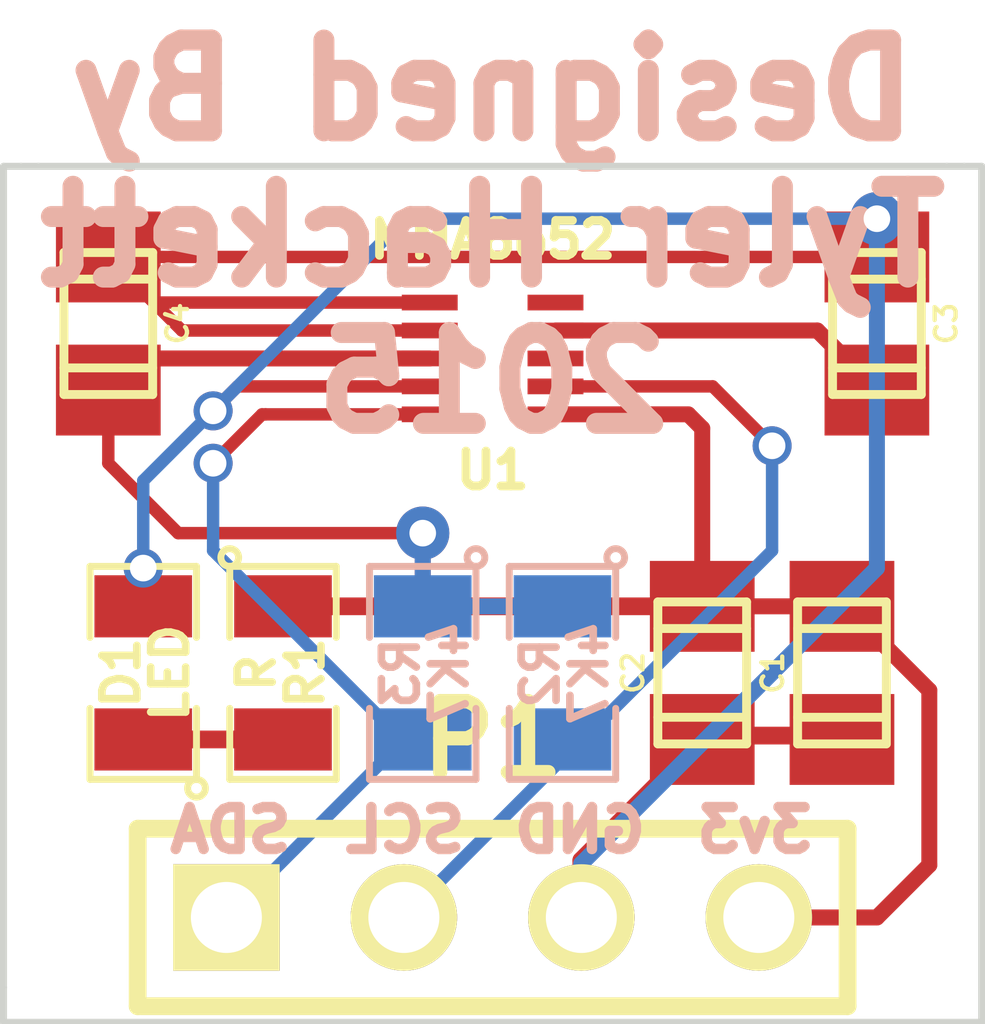
<source format=kicad_pcb>
(kicad_pcb (version 3) (host pcbnew "(2013-07-07 BZR 4022)-stable")

  (general
    (links 22)
    (no_connects 0)
    (area 208.949999 139.89 223.050001 154.302)
    (thickness 1.6)
    (drawings 15)
    (tracks 63)
    (zones 0)
    (modules 10)
    (nets 7)
  )

  (page A3)
  (layers
    (15 F.Cu signal)
    (0 B.Cu signal)
    (16 B.Adhes user)
    (17 F.Adhes user)
    (18 B.Paste user)
    (19 F.Paste user)
    (20 B.SilkS user)
    (21 F.SilkS user)
    (22 B.Mask user)
    (23 F.Mask user)
    (24 Dwgs.User user)
    (25 Cmts.User user)
    (26 Eco1.User user)
    (27 Eco2.User user)
    (28 Edge.Cuts user)
  )

  (setup
    (last_trace_width 0.1778)
    (trace_clearance 0.1524)
    (zone_clearance 0.508)
    (zone_45_only no)
    (trace_min 0.1524)
    (segment_width 0.2)
    (edge_width 0.1)
    (via_size 0.5588)
    (via_drill 0.381)
    (via_min_size 0.508)
    (via_min_drill 0.3302)
    (uvia_size 0.508)
    (uvia_drill 0.127)
    (uvias_allowed no)
    (uvia_min_size 0.254)
    (uvia_min_drill 0.127)
    (pcb_text_width 0.3)
    (pcb_text_size 1.5 1.5)
    (mod_edge_width 0.15)
    (mod_text_size 1 1)
    (mod_text_width 0.15)
    (pad_size 0.8 0.225)
    (pad_drill 0)
    (pad_to_mask_clearance 0)
    (aux_axis_origin 0 0)
    (visible_elements 7FFFFFFF)
    (pcbplotparams
      (layerselection 284196865)
      (usegerberextensions true)
      (excludeedgelayer true)
      (linewidth 0.150000)
      (plotframeref false)
      (viasonmask false)
      (mode 1)
      (useauxorigin false)
      (hpglpennumber 1)
      (hpglpenspeed 20)
      (hpglpendiameter 15)
      (hpglpenoverlay 2)
      (psnegative false)
      (psa4output false)
      (plotreference true)
      (plotvalue true)
      (plotothertext true)
      (plotinvisibletext false)
      (padsonsilk false)
      (subtractmaskfromsilk true)
      (outputformat 1)
      (mirror false)
      (drillshape 0)
      (scaleselection 1)
      (outputdirectory S:/Users/TyDesktop/Desktop/MMA_Board/))
  )

  (net 0 "")
  (net 1 +3.3V)
  (net 2 GND)
  (net 3 N-000001)
  (net 4 N-000002)
  (net 5 N-000006)
  (net 6 N-000007)

  (net_class Default "This is the default net class."
    (clearance 0.1524)
    (trace_width 0.1778)
    (via_dia 0.5588)
    (via_drill 0.381)
    (uvia_dia 0.508)
    (uvia_drill 0.127)
    (add_net "")
    (add_net N-000001)
    (add_net N-000002)
    (add_net N-000006)
    (add_net N-000007)
  )

  (net_class PWR ""
    (clearance 0.1524)
    (trace_width 0.2286)
    (via_dia 0.5588)
    (via_drill 0.381)
    (uvia_dia 0.508)
    (uvia_drill 0.127)
    (add_net +3.3V)
    (add_net GND)
  )

  (module SM0805 (layer B.Cu) (tedit 5091495C) (tstamp 54A637C7)
    (at 217 147.5 270)
    (path /549E1CB7)
    (attr smd)
    (fp_text reference R2 (at 0 0.3175 270) (layer B.SilkS)
      (effects (font (size 0.50038 0.50038) (thickness 0.10922)) (justify mirror))
    )
    (fp_text value 4K7 (at 0 -0.381 270) (layer B.SilkS)
      (effects (font (size 0.50038 0.50038) (thickness 0.10922)) (justify mirror))
    )
    (fp_circle (center -1.651 -0.762) (end -1.651 -0.635) (layer B.SilkS) (width 0.09906))
    (fp_line (start -0.508 -0.762) (end -1.524 -0.762) (layer B.SilkS) (width 0.09906))
    (fp_line (start -1.524 -0.762) (end -1.524 0.762) (layer B.SilkS) (width 0.09906))
    (fp_line (start -1.524 0.762) (end -0.508 0.762) (layer B.SilkS) (width 0.09906))
    (fp_line (start 0.508 0.762) (end 1.524 0.762) (layer B.SilkS) (width 0.09906))
    (fp_line (start 1.524 0.762) (end 1.524 -0.762) (layer B.SilkS) (width 0.09906))
    (fp_line (start 1.524 -0.762) (end 0.508 -0.762) (layer B.SilkS) (width 0.09906))
    (pad 1 smd rect (at -0.9525 0 270) (size 0.889 1.397)
      (layers B.Cu B.Paste B.Mask)
      (net 1 +3.3V)
    )
    (pad 2 smd rect (at 0.9525 0 270) (size 0.889 1.397)
      (layers B.Cu B.Paste B.Mask)
      (net 5 N-000006)
    )
    (model smd/chip_cms.wrl
      (at (xyz 0 0 0))
      (scale (xyz 0.1 0.1 0.1))
      (rotate (xyz 0 0 0))
    )
  )

  (module SM0805 (layer B.Cu) (tedit 5091495C) (tstamp 54A64377)
    (at 215 147.5 270)
    (path /549E1D93)
    (attr smd)
    (fp_text reference R3 (at 0 0.3175 270) (layer B.SilkS)
      (effects (font (size 0.50038 0.50038) (thickness 0.10922)) (justify mirror))
    )
    (fp_text value 4K7 (at 0 -0.381 270) (layer B.SilkS)
      (effects (font (size 0.50038 0.50038) (thickness 0.10922)) (justify mirror))
    )
    (fp_circle (center -1.651 -0.762) (end -1.651 -0.635) (layer B.SilkS) (width 0.09906))
    (fp_line (start -0.508 -0.762) (end -1.524 -0.762) (layer B.SilkS) (width 0.09906))
    (fp_line (start -1.524 -0.762) (end -1.524 0.762) (layer B.SilkS) (width 0.09906))
    (fp_line (start -1.524 0.762) (end -0.508 0.762) (layer B.SilkS) (width 0.09906))
    (fp_line (start 0.508 0.762) (end 1.524 0.762) (layer B.SilkS) (width 0.09906))
    (fp_line (start 1.524 0.762) (end 1.524 -0.762) (layer B.SilkS) (width 0.09906))
    (fp_line (start 1.524 -0.762) (end 0.508 -0.762) (layer B.SilkS) (width 0.09906))
    (pad 1 smd rect (at -0.9525 0 270) (size 0.889 1.397)
      (layers B.Cu B.Paste B.Mask)
      (net 1 +3.3V)
    )
    (pad 2 smd rect (at 0.9525 0 270) (size 0.889 1.397)
      (layers B.Cu B.Paste B.Mask)
      (net 6 N-000007)
    )
    (model smd/chip_cms.wrl
      (at (xyz 0 0 0))
      (scale (xyz 0.1 0.1 0.1))
      (rotate (xyz 0 0 0))
    )
  )

  (module SM0805 (layer F.Cu) (tedit 5091495C) (tstamp 54A635CD)
    (at 213 147.5 270)
    (path /54A63624)
    (attr smd)
    (fp_text reference R1 (at 0 -0.3175 270) (layer F.SilkS)
      (effects (font (size 0.50038 0.50038) (thickness 0.10922)))
    )
    (fp_text value R (at 0 0.381 270) (layer F.SilkS)
      (effects (font (size 0.50038 0.50038) (thickness 0.10922)))
    )
    (fp_circle (center -1.651 0.762) (end -1.651 0.635) (layer F.SilkS) (width 0.09906))
    (fp_line (start -0.508 0.762) (end -1.524 0.762) (layer F.SilkS) (width 0.09906))
    (fp_line (start -1.524 0.762) (end -1.524 -0.762) (layer F.SilkS) (width 0.09906))
    (fp_line (start -1.524 -0.762) (end -0.508 -0.762) (layer F.SilkS) (width 0.09906))
    (fp_line (start 0.508 -0.762) (end 1.524 -0.762) (layer F.SilkS) (width 0.09906))
    (fp_line (start 1.524 -0.762) (end 1.524 0.762) (layer F.SilkS) (width 0.09906))
    (fp_line (start 1.524 0.762) (end 0.508 0.762) (layer F.SilkS) (width 0.09906))
    (pad 1 smd rect (at -0.9525 0 270) (size 0.889 1.397)
      (layers F.Cu F.Paste F.Mask)
      (net 1 +3.3V)
    )
    (pad 2 smd rect (at 0.9525 0 270) (size 0.889 1.397)
      (layers F.Cu F.Paste F.Mask)
      (net 4 N-000002)
    )
    (model smd/chip_cms.wrl
      (at (xyz 0 0 0))
      (scale (xyz 0.1 0.1 0.1))
      (rotate (xyz 0 0 0))
    )
  )

  (module SM0805 (layer F.Cu) (tedit 5091495C) (tstamp 54A635DA)
    (at 211 147.5 90)
    (path /54A63659)
    (attr smd)
    (fp_text reference D1 (at 0 -0.3175 90) (layer F.SilkS)
      (effects (font (size 0.50038 0.50038) (thickness 0.10922)))
    )
    (fp_text value LED (at 0 0.381 90) (layer F.SilkS)
      (effects (font (size 0.50038 0.50038) (thickness 0.10922)))
    )
    (fp_circle (center -1.651 0.762) (end -1.651 0.635) (layer F.SilkS) (width 0.09906))
    (fp_line (start -0.508 0.762) (end -1.524 0.762) (layer F.SilkS) (width 0.09906))
    (fp_line (start -1.524 0.762) (end -1.524 -0.762) (layer F.SilkS) (width 0.09906))
    (fp_line (start -1.524 -0.762) (end -0.508 -0.762) (layer F.SilkS) (width 0.09906))
    (fp_line (start 0.508 -0.762) (end 1.524 -0.762) (layer F.SilkS) (width 0.09906))
    (fp_line (start 1.524 -0.762) (end 1.524 0.762) (layer F.SilkS) (width 0.09906))
    (fp_line (start 1.524 0.762) (end 0.508 0.762) (layer F.SilkS) (width 0.09906))
    (pad 1 smd rect (at -0.9525 0 90) (size 0.889 1.397)
      (layers F.Cu F.Paste F.Mask)
      (net 4 N-000002)
    )
    (pad 2 smd rect (at 0.9525 0 90) (size 0.889 1.397)
      (layers F.Cu F.Paste F.Mask)
      (net 2 GND)
    )
    (model smd/chip_cms.wrl
      (at (xyz 0 0 0))
      (scale (xyz 0.1 0.1 0.1))
      (rotate (xyz 0 0 0))
    )
  )

  (module PIN_ARRAY_4x1 (layer F.Cu) (tedit 4C10F42E) (tstamp 54A635E6)
    (at 216 151)
    (descr "Double rangee de contacts 2 x 5 pins")
    (tags CONN)
    (path /549E205B)
    (fp_text reference P1 (at 0 -2.54) (layer F.SilkS)
      (effects (font (size 1.016 1.016) (thickness 0.2032)))
    )
    (fp_text value CONN_4 (at 0 2.54) (layer F.SilkS) hide
      (effects (font (size 1.016 1.016) (thickness 0.2032)))
    )
    (fp_line (start 5.08 1.27) (end -5.08 1.27) (layer F.SilkS) (width 0.254))
    (fp_line (start 5.08 -1.27) (end -5.08 -1.27) (layer F.SilkS) (width 0.254))
    (fp_line (start -5.08 -1.27) (end -5.08 1.27) (layer F.SilkS) (width 0.254))
    (fp_line (start 5.08 1.27) (end 5.08 -1.27) (layer F.SilkS) (width 0.254))
    (pad 1 thru_hole rect (at -3.81 0) (size 1.524 1.524) (drill 1.016)
      (layers *.Cu *.Mask F.SilkS)
      (net 6 N-000007)
    )
    (pad 2 thru_hole circle (at -1.27 0) (size 1.524 1.524) (drill 1.016)
      (layers *.Cu *.Mask F.SilkS)
      (net 5 N-000006)
    )
    (pad 3 thru_hole circle (at 1.27 0) (size 1.524 1.524) (drill 1.016)
      (layers *.Cu *.Mask F.SilkS)
      (net 2 GND)
    )
    (pad 4 thru_hole circle (at 3.81 0) (size 1.524 1.524) (drill 1.016)
      (layers *.Cu *.Mask F.SilkS)
      (net 1 +3.3V)
    )
    (model pin_array\pins_array_4x1.wrl
      (at (xyz 0 0 0))
      (scale (xyz 1 1 1))
      (rotate (xyz 0 0 0))
    )
  )

  (module DFN10 (layer F.Cu) (tedit 54CC4FBA) (tstamp 54CC4FDC)
    (at 216 143 180)
    (path /549E1BE0)
    (fp_text reference U1 (at 0 -1.6 180) (layer F.SilkS)
      (effects (font (size 0.5 0.5) (thickness 0.125)))
    )
    (fp_text value MMA8652 (at 0 1.7 180) (layer F.SilkS)
      (effects (font (size 0.5 0.5) (thickness 0.125)))
    )
    (pad 1 smd rect (at -0.9 -0.8 180) (size 0.8 0.225)
      (layers F.Cu F.Paste F.Mask)
      (net 1 +3.3V)
    )
    (pad 2 smd rect (at -0.9 -0.4 180) (size 0.8 0.225)
      (layers F.Cu F.Paste F.Mask)
      (net 5 N-000006)
    )
    (pad 3 smd rect (at -0.9 0 180) (size 0.8 0.225)
      (layers F.Cu F.Paste F.Mask)
    )
    (pad 4 smd rect (at -0.9 0.4 180) (size 0.8 0.225)
      (layers F.Cu F.Paste F.Mask)
      (net 3 N-000001)
    )
    (pad 5 smd rect (at -0.9 0.8 180) (size 0.8 0.225)
      (layers F.Cu F.Paste F.Mask)
    )
    (pad 6 smd rect (at 0.9 0.8 180) (size 0.8 0.225)
      (layers F.Cu F.Paste F.Mask)
      (net 2 GND)
    )
    (pad 7 smd rect (at 0.9 0.4 180) (size 0.8 0.225)
      (layers F.Cu F.Paste F.Mask)
      (net 2 GND)
    )
    (pad 8 smd rect (at 0.9 0 180) (size 0.8 0.225)
      (layers F.Cu F.Paste F.Mask)
      (net 1 +3.3V)
    )
    (pad 9 smd rect (at 0.9 -0.4 180) (size 0.8 0.225)
      (layers F.Cu F.Paste F.Mask)
      (net 2 GND)
    )
    (pad 10 smd rect (at 0.9 -0.8 180) (size 0.8 0.225)
      (layers F.Cu F.Paste F.Mask)
      (net 6 N-000007)
    )
  )

  (module c_0805 (layer F.Cu) (tedit 49047394) (tstamp 54A63AD2)
    (at 219 147.5 90)
    (descr "SMT capacitor, 0805")
    (path /549E1C1D)
    (fp_text reference C2 (at 0 -0.9906 90) (layer F.SilkS)
      (effects (font (size 0.29972 0.29972) (thickness 0.06096)))
    )
    (fp_text value 0.1uF (at 0 0.9906 90) (layer F.SilkS) hide
      (effects (font (size 0.29972 0.29972) (thickness 0.06096)))
    )
    (fp_line (start 0.635 -0.635) (end 0.635 0.635) (layer F.SilkS) (width 0.127))
    (fp_line (start -0.635 -0.635) (end -0.635 0.6096) (layer F.SilkS) (width 0.127))
    (fp_line (start -1.016 -0.635) (end 1.016 -0.635) (layer F.SilkS) (width 0.127))
    (fp_line (start 1.016 -0.635) (end 1.016 0.635) (layer F.SilkS) (width 0.127))
    (fp_line (start 1.016 0.635) (end -1.016 0.635) (layer F.SilkS) (width 0.127))
    (fp_line (start -1.016 0.635) (end -1.016 -0.635) (layer F.SilkS) (width 0.127))
    (pad 1 smd rect (at 0.9525 0 90) (size 1.30048 1.4986)
      (layers F.Cu F.Paste F.Mask)
      (net 1 +3.3V)
    )
    (pad 2 smd rect (at -0.9525 0 90) (size 1.30048 1.4986)
      (layers F.Cu F.Paste F.Mask)
      (net 2 GND)
    )
    (model smd/capacitors/c_0805.wrl
      (at (xyz 0 0 0))
      (scale (xyz 1 1 1))
      (rotate (xyz 0 0 0))
    )
  )

  (module c_0805 (layer F.Cu) (tedit 49047394) (tstamp 54A63B66)
    (at 221.5 142.5 270)
    (descr "SMT capacitor, 0805")
    (path /549E22FA)
    (fp_text reference C3 (at 0 -0.9906 270) (layer F.SilkS)
      (effects (font (size 0.29972 0.29972) (thickness 0.06096)))
    )
    (fp_text value 0.1uF (at 0 0.9906 270) (layer F.SilkS) hide
      (effects (font (size 0.29972 0.29972) (thickness 0.06096)))
    )
    (fp_line (start 0.635 -0.635) (end 0.635 0.635) (layer F.SilkS) (width 0.127))
    (fp_line (start -0.635 -0.635) (end -0.635 0.6096) (layer F.SilkS) (width 0.127))
    (fp_line (start -1.016 -0.635) (end 1.016 -0.635) (layer F.SilkS) (width 0.127))
    (fp_line (start 1.016 -0.635) (end 1.016 0.635) (layer F.SilkS) (width 0.127))
    (fp_line (start 1.016 0.635) (end -1.016 0.635) (layer F.SilkS) (width 0.127))
    (fp_line (start -1.016 0.635) (end -1.016 -0.635) (layer F.SilkS) (width 0.127))
    (pad 1 smd rect (at 0.9525 0 270) (size 1.30048 1.4986)
      (layers F.Cu F.Paste F.Mask)
      (net 3 N-000001)
    )
    (pad 2 smd rect (at -0.9525 0 270) (size 1.30048 1.4986)
      (layers F.Cu F.Paste F.Mask)
      (net 2 GND)
    )
    (model smd/capacitors/c_0805.wrl
      (at (xyz 0 0 0))
      (scale (xyz 1 1 1))
      (rotate (xyz 0 0 0))
    )
  )

  (module c_0805 (layer F.Cu) (tedit 49047394) (tstamp 54A63B73)
    (at 210.5 142.5 270)
    (descr "SMT capacitor, 0805")
    (path /549E2351)
    (fp_text reference C4 (at 0 -0.9906 270) (layer F.SilkS)
      (effects (font (size 0.29972 0.29972) (thickness 0.06096)))
    )
    (fp_text value 0.1uF (at 0 0.9906 270) (layer F.SilkS) hide
      (effects (font (size 0.29972 0.29972) (thickness 0.06096)))
    )
    (fp_line (start 0.635 -0.635) (end 0.635 0.635) (layer F.SilkS) (width 0.127))
    (fp_line (start -0.635 -0.635) (end -0.635 0.6096) (layer F.SilkS) (width 0.127))
    (fp_line (start -1.016 -0.635) (end 1.016 -0.635) (layer F.SilkS) (width 0.127))
    (fp_line (start 1.016 -0.635) (end 1.016 0.635) (layer F.SilkS) (width 0.127))
    (fp_line (start 1.016 0.635) (end -1.016 0.635) (layer F.SilkS) (width 0.127))
    (fp_line (start -1.016 0.635) (end -1.016 -0.635) (layer F.SilkS) (width 0.127))
    (pad 1 smd rect (at 0.9525 0 270) (size 1.30048 1.4986)
      (layers F.Cu F.Paste F.Mask)
      (net 1 +3.3V)
    )
    (pad 2 smd rect (at -0.9525 0 270) (size 1.30048 1.4986)
      (layers F.Cu F.Paste F.Mask)
      (net 2 GND)
    )
    (model smd/capacitors/c_0805.wrl
      (at (xyz 0 0 0))
      (scale (xyz 1 1 1))
      (rotate (xyz 0 0 0))
    )
  )

  (module c_0805 (layer F.Cu) (tedit 49047394) (tstamp 54A63837)
    (at 221 147.5 90)
    (descr "SMT capacitor, 0805")
    (path /54CAE942)
    (fp_text reference C1 (at 0 -0.9906 90) (layer F.SilkS)
      (effects (font (size 0.29972 0.29972) (thickness 0.06096)))
    )
    (fp_text value 1uF (at 0 0.9906 90) (layer F.SilkS) hide
      (effects (font (size 0.29972 0.29972) (thickness 0.06096)))
    )
    (fp_line (start 0.635 -0.635) (end 0.635 0.635) (layer F.SilkS) (width 0.127))
    (fp_line (start -0.635 -0.635) (end -0.635 0.6096) (layer F.SilkS) (width 0.127))
    (fp_line (start -1.016 -0.635) (end 1.016 -0.635) (layer F.SilkS) (width 0.127))
    (fp_line (start 1.016 -0.635) (end 1.016 0.635) (layer F.SilkS) (width 0.127))
    (fp_line (start 1.016 0.635) (end -1.016 0.635) (layer F.SilkS) (width 0.127))
    (fp_line (start -1.016 0.635) (end -1.016 -0.635) (layer F.SilkS) (width 0.127))
    (pad 1 smd rect (at 0.9525 0 90) (size 1.30048 1.4986)
      (layers F.Cu F.Paste F.Mask)
      (net 1 +3.3V)
    )
    (pad 2 smd rect (at -0.9525 0 90) (size 1.30048 1.4986)
      (layers F.Cu F.Paste F.Mask)
      (net 2 GND)
    )
    (model smd/capacitors/c_0805.wrl
      (at (xyz 0 0 0))
      (scale (xyz 1 1 1))
      (rotate (xyz 0 0 0))
    )
  )

  (gr_text 3v3 (at 219.75 149.75) (layer B.SilkS)
    (effects (font (size 0.6 0.6) (thickness 0.15)) (justify mirror))
  )
  (gr_text GND (at 217.25 149.75) (layer B.SilkS)
    (effects (font (size 0.6 0.6) (thickness 0.15)) (justify mirror))
  )
  (gr_text SCL (at 214.75 149.75) (layer B.SilkS)
    (effects (font (size 0.6 0.6) (thickness 0.15)) (justify mirror))
  )
  (gr_text SDA (at 212.25 149.75) (layer B.SilkS)
    (effects (font (size 0.6 0.6) (thickness 0.15)) (justify mirror))
  )
  (gr_text "Designed By\nTyler Hackett\n2015" (at 216 141.25) (layer B.SilkS)
    (effects (font (size 1.3 1.3) (thickness 0.3)) (justify mirror))
  )
  (gr_line (start 209 152.5) (end 209 152) (angle 90) (layer Edge.Cuts) (width 0.1))
  (gr_line (start 223 152.5) (end 209 152.5) (angle 90) (layer Edge.Cuts) (width 0.1))
  (gr_line (start 223 152) (end 223 152.5) (angle 90) (layer Edge.Cuts) (width 0.1))
  (gr_line (start 209 140.25) (end 209 152) (angle 90) (layer Edge.Cuts) (width 0.1))
  (gr_line (start 209.25 140.25) (end 209 140.25) (angle 90) (layer Edge.Cuts) (width 0.1))
  (gr_line (start 223 140.25) (end 222.75 140.25) (angle 90) (layer Edge.Cuts) (width 0.1))
  (gr_line (start 223 152) (end 223 140.25) (angle 90) (layer Edge.Cuts) (width 0.1))
  (gr_line (start 222.75 140.25) (end 222.5 140.25) (angle 90) (layer Edge.Cuts) (width 0.1))
  (gr_line (start 209.5 140.25) (end 209.25 140.25) (angle 90) (layer Edge.Cuts) (width 0.1))
  (gr_line (start 222.5 140.25) (end 209.5 140.25) (angle 90) (layer Edge.Cuts) (width 0.1))

  (segment (start 221.5 151) (end 219.81 151) (width 0.2286) (layer F.Cu) (net 1) (tstamp 54CB4697))
  (segment (start 222.25 150.25) (end 221.5 151) (width 0.2286) (layer F.Cu) (net 1) (tstamp 54CB4691))
  (segment (start 221 146.5475) (end 221.0475 146.5475) (width 0.2286) (layer F.Cu) (net 1))
  (segment (start 221.0475 146.5475) (end 222.25 147.75) (width 0.2286) (layer F.Cu) (net 1) (tstamp 54CB4689))
  (segment (start 222.25 147.75) (end 222.25 150.25) (width 0.2286) (layer F.Cu) (net 1) (tstamp 54CB468C))
  (segment (start 210.5 143.4525) (end 210.5 144.5) (width 0.1778) (layer F.Cu) (net 1))
  (segment (start 211.5 145.5) (end 215 145.5) (width 0.1778) (layer F.Cu) (net 1) (tstamp 54CAF7CD))
  (segment (start 210.5 144.5) (end 211.5 145.5) (width 0.1778) (layer F.Cu) (net 1) (tstamp 54CAF7C3))
  (segment (start 215.1 143) (end 210.9525 143) (width 0.2286) (layer F.Cu) (net 1))
  (segment (start 210.9525 143) (end 210.5 143.4525) (width 0.2286) (layer F.Cu) (net 1) (tstamp 54A644DF))
  (segment (start 219 146.5475) (end 221 146.5475) (width 0.2286) (layer F.Cu) (net 1) (tstamp 54CAE94A))
  (segment (start 215 146.5475) (end 215 145.5) (width 0.2286) (layer F.Cu) (net 1))
  (segment (start 215 145.5) (end 215 146.5475) (width 0.2286) (layer B.Cu) (net 1) (tstamp 54A64494))
  (via (at 215 145.5) (size 0.762) (layers F.Cu B.Cu) (net 1))
  (segment (start 215 146.5475) (end 217 146.5475) (width 0.2286) (layer B.Cu) (net 1) (tstamp 54A64495))
  (segment (start 216.9 143.8) (end 218.8 143.8) (width 0.2286) (layer F.Cu) (net 1))
  (segment (start 218.8 143.8) (end 219 144) (width 0.2286) (layer F.Cu) (net 1) (tstamp 54A6427F))
  (segment (start 219 144) (end 219 146.5475) (width 0.2286) (layer F.Cu) (net 1) (tstamp 54A64286))
  (segment (start 219 146.5475) (end 217 146.5475) (width 0.254) (layer F.Cu) (net 1))
  (segment (start 217 146.5475) (end 215 146.5475) (width 0.254) (layer F.Cu) (net 1) (tstamp 54A63BE4))
  (segment (start 215 146.5475) (end 213 146.5475) (width 0.254) (layer F.Cu) (net 1) (tstamp 54A63BE5))
  (segment (start 210.5 141.5475) (end 221.5 141.5475) (width 0.1778) (layer F.Cu) (net 2))
  (segment (start 212 143.75) (end 214.75 141) (width 0.1778) (layer B.Cu) (net 2))
  (segment (start 215.1 143.4) (end 212.35 143.4) (width 0.1778) (layer F.Cu) (net 2))
  (segment (start 212 143.75) (end 211 144.75) (width 0.1778) (layer B.Cu) (net 2) (tstamp 54CAF906))
  (via (at 212 143.75) (size 0.5588) (layers F.Cu B.Cu) (net 2))
  (segment (start 212.35 143.4) (end 212 143.75) (width 0.1778) (layer F.Cu) (net 2) (tstamp 54CAF901))
  (segment (start 211 146.5475) (end 211 146) (width 0.1778) (layer F.Cu) (net 2))
  (segment (start 214.75 141) (end 221.5 141) (width 0.1778) (layer B.Cu) (net 2) (tstamp 54CAF912))
  (segment (start 211 146) (end 211 144.75) (width 0.1778) (layer B.Cu) (net 2) (tstamp 54CAF794))
  (via (at 211 146) (size 0.5588) (layers F.Cu B.Cu) (net 2))
  (segment (start 215.1 142.6) (end 211.5525 142.6) (width 0.1778) (layer F.Cu) (net 2))
  (segment (start 211.5525 142.6) (end 210.5 141.5475) (width 0.1778) (layer F.Cu) (net 2) (tstamp 54CAEA19))
  (segment (start 215.1 142.2) (end 211.1525 142.2) (width 0.1778) (layer F.Cu) (net 2))
  (segment (start 211.1525 142.2) (end 210.5 141.5475) (width 0.1778) (layer F.Cu) (net 2) (tstamp 54CAEA16))
  (segment (start 217.27 151) (end 217.27 150.23) (width 0.2286) (layer B.Cu) (net 2))
  (segment (start 221.5 141) (end 221.5 141.5475) (width 0.2286) (layer F.Cu) (net 2) (tstamp 54A6445B))
  (via (at 221.5 141) (size 0.762) (layers F.Cu B.Cu) (net 2))
  (segment (start 221.5 146) (end 221.5 141) (width 0.2286) (layer B.Cu) (net 2) (tstamp 54A64455))
  (segment (start 217.27 150.23) (end 221.5 146) (width 0.2286) (layer B.Cu) (net 2) (tstamp 54A64450))
  (segment (start 217.27 151) (end 217.27 150.1825) (width 0.254) (layer F.Cu) (net 2))
  (segment (start 219.0555 148.397) (end 221.5 148.397) (width 0.254) (layer F.Cu) (net 2) (tstamp 54A63F5E))
  (segment (start 217.27 150.1825) (end 219.0555 148.397) (width 0.254) (layer F.Cu) (net 2) (tstamp 54A63F5B))
  (segment (start 220.6475 142.6) (end 221.5 143.4525) (width 0.2286) (layer F.Cu) (net 3) (tstamp 54A642AB))
  (segment (start 216.9 142.6) (end 220.6475 142.6) (width 0.2286) (layer F.Cu) (net 3))
  (segment (start 213 148.4525) (end 211 148.4525) (width 0.254) (layer F.Cu) (net 4))
  (segment (start 220 144.25) (end 219.15 143.4) (width 0.1778) (layer F.Cu) (net 5) (tstamp 54CB419C))
  (segment (start 220 145.75) (end 220 144.25) (width 0.1778) (layer B.Cu) (net 5) (tstamp 54CB4191))
  (via (at 220 144.25) (size 0.5588) (layers F.Cu B.Cu) (net 5))
  (segment (start 217 148.4525) (end 217.2975 148.4525) (width 0.1778) (layer B.Cu) (net 5))
  (segment (start 217.2975 148.4525) (end 220 145.75) (width 0.1778) (layer B.Cu) (net 5) (tstamp 54CB418C))
  (segment (start 219.15 143.4) (end 216.9 143.4) (width 0.1778) (layer F.Cu) (net 5) (tstamp 54CB419D))
  (segment (start 217 148.4525) (end 217 148.73) (width 0.1778) (layer B.Cu) (net 5))
  (segment (start 217 148.73) (end 214.73 151) (width 0.1778) (layer B.Cu) (net 5) (tstamp 54CAFA3B))
  (segment (start 215 148.4525) (end 214.7375 148.4525) (width 0.1778) (layer B.Cu) (net 6))
  (segment (start 214.7375 148.4525) (end 212.19 151) (width 0.1778) (layer B.Cu) (net 6) (tstamp 54CAFA5E))
  (segment (start 212 145.75) (end 212 144.5) (width 0.1778) (layer B.Cu) (net 6))
  (segment (start 212.75 143.8) (end 212.7 143.8) (width 0.1778) (layer F.Cu) (net 6))
  (segment (start 212.7 143.8) (end 212 144.5) (width 0.1778) (layer F.Cu) (net 6) (tstamp 54CAEA76))
  (segment (start 215.1 143.8) (end 212.75 143.8) (width 0.1778) (layer F.Cu) (net 6))
  (via (at 212 144.5) (size 0.5588) (layers F.Cu B.Cu) (net 6))
  (segment (start 214.7025 148.4525) (end 212 145.75) (width 0.1778) (layer B.Cu) (net 6) (tstamp 54CAF859))
  (segment (start 214.7025 148.4525) (end 215 148.4525) (width 0.1778) (layer B.Cu) (net 6))

)

</source>
